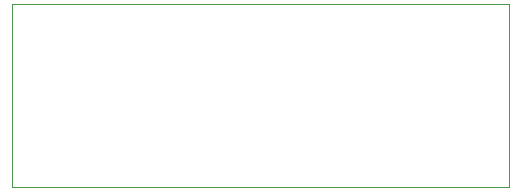
<source format=gko>
G04*
G04 #@! TF.GenerationSoftware,Altium Limited,Altium Designer,22.10.1 (41)*
G04*
G04 Layer_Color=16711935*
%FSTAX24Y24*%
%MOIN*%
G70*
G04*
G04 #@! TF.SameCoordinates,87BD3A09-32BE-4FA1-A735-6A54E07DCED2*
G04*
G04*
G04 #@! TF.FilePolarity,Positive*
G04*
G01*
G75*
%ADD58C,0.0004*%
D58*
X006477Y011361D02*
X023013D01*
Y005259D02*
Y011361D01*
X006477Y005259D02*
X023013D01*
X006477D02*
Y011361D01*
M02*

</source>
